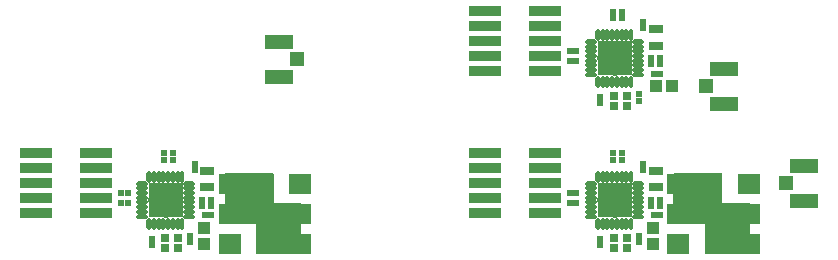
<source format=gts>
G04*
G04 #@! TF.GenerationSoftware,Altium Limited,Altium Designer,21.7.2 (23)*
G04*
G04 Layer_Color=8388736*
%FSLAX25Y25*%
%MOIN*%
G70*
G04*
G04 #@! TF.SameCoordinates,D4CAA96F-CDB5-4432-BAFE-8E841FC0C0B1*
G04*
G04*
G04 #@! TF.FilePolarity,Negative*
G04*
G01*
G75*
%ADD36R,0.09461X0.04934*%
%ADD37R,0.04934X0.04737*%
%ADD38R,0.03950X0.04343*%
%ADD39R,0.10642X0.03800*%
%ADD40R,0.02178X0.01981*%
%ADD41R,0.01981X0.02178*%
G04:AMPARAMS|DCode=42|XSize=37.13mil|YSize=16.66mil|CornerRadius=5.08mil|HoleSize=0mil|Usage=FLASHONLY|Rotation=270.000|XOffset=0mil|YOffset=0mil|HoleType=Round|Shape=RoundedRectangle|*
%AMROUNDEDRECTD42*
21,1,0.03713,0.00650,0,0,270.0*
21,1,0.02697,0.01666,0,0,270.0*
1,1,0.01016,-0.00325,-0.01348*
1,1,0.01016,-0.00325,0.01348*
1,1,0.01016,0.00325,0.01348*
1,1,0.01016,0.00325,-0.01348*
%
%ADD42ROUNDEDRECTD42*%
G04:AMPARAMS|DCode=43|XSize=37.13mil|YSize=16.66mil|CornerRadius=5.08mil|HoleSize=0mil|Usage=FLASHONLY|Rotation=180.000|XOffset=0mil|YOffset=0mil|HoleType=Round|Shape=RoundedRectangle|*
%AMROUNDEDRECTD43*
21,1,0.03713,0.00650,0,0,180.0*
21,1,0.02697,0.01666,0,0,180.0*
1,1,0.01016,-0.01348,0.00325*
1,1,0.01016,0.01348,0.00325*
1,1,0.01016,0.01348,-0.00325*
1,1,0.01016,-0.01348,-0.00325*
%
%ADD43ROUNDEDRECTD43*%
%ADD44R,0.11824X0.11824*%
%ADD45R,0.03162X0.02769*%
%ADD46R,0.05131X0.03162*%
%ADD47R,0.04343X0.03950*%
%ADD48R,0.07300X0.06800*%
%ADD49C,0.02800*%
G36*
X251059Y68367D02*
X251110Y68357D01*
X251160Y68340D01*
X251207Y68317D01*
X251250Y68288D01*
X251290Y68253D01*
X251324Y68214D01*
X251353Y68170D01*
X251377Y68124D01*
X251394Y68074D01*
X251404Y68022D01*
X251407Y67970D01*
Y58371D01*
X260317D01*
X260370Y58368D01*
X260421Y58357D01*
X260471Y58340D01*
X260518Y58317D01*
X260561Y58288D01*
X260601Y58254D01*
X260635Y58214D01*
X260665Y58170D01*
X260688Y58123D01*
X260704Y58074D01*
X260715Y58022D01*
X260718Y57970D01*
Y41970D01*
X260715Y41918D01*
X260704Y41866D01*
X260688Y41817D01*
X260665Y41770D01*
X260635Y41726D01*
X260601Y41687D01*
X260561Y41652D01*
X260518Y41623D01*
X260471Y41600D01*
X260421Y41583D01*
X260370Y41573D01*
X260317Y41569D01*
X246006D01*
X245954Y41573D01*
X245902Y41583D01*
X245853Y41600D01*
X245806Y41623D01*
X245762Y41652D01*
X245723Y41687D01*
X245688Y41726D01*
X245659Y41770D01*
X245636Y41817D01*
X245619Y41866D01*
X245609Y41918D01*
X245605Y41970D01*
Y51569D01*
X235514D01*
X235462Y51573D01*
X235410Y51583D01*
X235361Y51600D01*
X235314Y51623D01*
X235270Y51652D01*
X235231Y51687D01*
X235196Y51726D01*
X235167Y51770D01*
X235144Y51817D01*
X235127Y51866D01*
X235117Y51918D01*
X235113Y51970D01*
Y67970D01*
X235117Y68022D01*
X235127Y68074D01*
X235144Y68124D01*
X235167Y68170D01*
X235196Y68214D01*
X235231Y68253D01*
X235270Y68288D01*
X235314Y68317D01*
X235361Y68340D01*
X235410Y68357D01*
X235462Y68367D01*
X235514Y68371D01*
X251006D01*
X251059Y68367D01*
D02*
G37*
G36*
X101452D02*
X101504Y68357D01*
X101553Y68340D01*
X101600Y68317D01*
X101644Y68288D01*
X101683Y68253D01*
X101718Y68214D01*
X101747Y68170D01*
X101770Y68124D01*
X101787Y68074D01*
X101797Y68022D01*
X101801Y67970D01*
Y58371D01*
X110711D01*
X110763Y58368D01*
X110815Y58357D01*
X110864Y58340D01*
X110911Y58317D01*
X110955Y58288D01*
X110995Y58254D01*
X111029Y58214D01*
X111058Y58170D01*
X111081Y58123D01*
X111098Y58074D01*
X111108Y58022D01*
X111112Y57970D01*
Y41970D01*
X111108Y41918D01*
X111098Y41866D01*
X111081Y41817D01*
X111058Y41770D01*
X111029Y41726D01*
X110995Y41687D01*
X110955Y41652D01*
X110911Y41623D01*
X110864Y41600D01*
X110815Y41583D01*
X110763Y41573D01*
X110711Y41569D01*
X96400D01*
X96348Y41573D01*
X96296Y41583D01*
X96247Y41600D01*
X96200Y41623D01*
X96156Y41652D01*
X96117Y41687D01*
X96082Y41726D01*
X96053Y41770D01*
X96030Y41817D01*
X96013Y41866D01*
X96003Y41918D01*
X95999Y41970D01*
Y51569D01*
X85908D01*
X85856Y51573D01*
X85804Y51583D01*
X85755Y51600D01*
X85707Y51623D01*
X85664Y51652D01*
X85624Y51687D01*
X85590Y51726D01*
X85561Y51770D01*
X85537Y51817D01*
X85521Y51866D01*
X85510Y51918D01*
X85507Y51970D01*
Y67970D01*
X85510Y68022D01*
X85521Y68074D01*
X85537Y68124D01*
X85561Y68170D01*
X85590Y68214D01*
X85624Y68253D01*
X85664Y68288D01*
X85707Y68317D01*
X85755Y68340D01*
X85804Y68357D01*
X85856Y68367D01*
X85908Y68371D01*
X101400D01*
X101452Y68367D01*
D02*
G37*
D36*
X103600Y100537D02*
D03*
Y112151D02*
D03*
X251906Y91537D02*
D03*
Y103151D02*
D03*
X278706Y59293D02*
D03*
Y70907D02*
D03*
D37*
X109604Y106344D02*
D03*
X245902Y97344D02*
D03*
X272702Y65100D02*
D03*
D38*
X229250Y97344D02*
D03*
X234762D02*
D03*
D39*
X172206Y122344D02*
D03*
X192206D02*
D03*
X172206Y117344D02*
D03*
X192206D02*
D03*
X172206Y112344D02*
D03*
X192206D02*
D03*
X172206Y107344D02*
D03*
X192206D02*
D03*
X172206Y102344D02*
D03*
X192206D02*
D03*
X172206Y75100D02*
D03*
X192206D02*
D03*
X172206Y70100D02*
D03*
X192206D02*
D03*
X172206Y65100D02*
D03*
X192206D02*
D03*
X172206Y60100D02*
D03*
X192206D02*
D03*
X172206Y55100D02*
D03*
X192206D02*
D03*
X22600Y75100D02*
D03*
X42600D02*
D03*
X22600Y70100D02*
D03*
X42600D02*
D03*
X22600Y65100D02*
D03*
X42600D02*
D03*
X22600Y60100D02*
D03*
X42600D02*
D03*
X22600Y55100D02*
D03*
X42600D02*
D03*
D40*
X210776Y91732D02*
D03*
Y93897D02*
D03*
X218006Y120161D02*
D03*
Y122327D02*
D03*
X227576Y106897D02*
D03*
Y104732D02*
D03*
X223476Y94797D02*
D03*
Y92632D02*
D03*
X230576Y104732D02*
D03*
Y106897D02*
D03*
X225076Y116732D02*
D03*
Y118897D02*
D03*
X214906Y120161D02*
D03*
Y122327D02*
D03*
X210776Y44487D02*
D03*
Y46653D02*
D03*
X218006Y72917D02*
D03*
Y75083D02*
D03*
X227576Y59653D02*
D03*
Y57487D02*
D03*
X223476Y47553D02*
D03*
Y45387D02*
D03*
X230576Y57487D02*
D03*
Y59653D02*
D03*
X225076Y69487D02*
D03*
Y71653D02*
D03*
X214906Y72917D02*
D03*
Y75083D02*
D03*
X61170Y44487D02*
D03*
Y46653D02*
D03*
X68400Y72917D02*
D03*
Y75083D02*
D03*
X77970Y59653D02*
D03*
Y57487D02*
D03*
X73870Y47553D02*
D03*
Y45387D02*
D03*
X80970Y57487D02*
D03*
Y59653D02*
D03*
X75470Y69487D02*
D03*
Y71653D02*
D03*
X65300Y72917D02*
D03*
Y75083D02*
D03*
D41*
X200594Y109114D02*
D03*
X202759D02*
D03*
X228494Y101614D02*
D03*
X230659D02*
D03*
X200594Y105714D02*
D03*
X202759D02*
D03*
X200594Y61870D02*
D03*
X202759D02*
D03*
X228494Y54370D02*
D03*
X230659D02*
D03*
X200594Y58470D02*
D03*
X202759D02*
D03*
X50987Y61870D02*
D03*
X53153D02*
D03*
X78887Y54370D02*
D03*
X81053D02*
D03*
X50987Y58470D02*
D03*
X53153D02*
D03*
D42*
X209965Y98860D02*
D03*
X213114D02*
D03*
X211539D02*
D03*
X216264D02*
D03*
X214689D02*
D03*
X217839D02*
D03*
X211539Y114568D02*
D03*
X209965D02*
D03*
X214689D02*
D03*
X213114D02*
D03*
X216264D02*
D03*
X220988Y98860D02*
D03*
X219413D02*
D03*
X220988Y114568D02*
D03*
X219413D02*
D03*
X217839D02*
D03*
X209965Y51616D02*
D03*
X213114D02*
D03*
X211539D02*
D03*
X216264D02*
D03*
X214689D02*
D03*
X217839D02*
D03*
X211539Y67324D02*
D03*
X209965D02*
D03*
X214689D02*
D03*
X213114D02*
D03*
X216264D02*
D03*
X220988Y51616D02*
D03*
X219413D02*
D03*
X220988Y67324D02*
D03*
X219413D02*
D03*
X217839D02*
D03*
X60358Y51616D02*
D03*
X63508D02*
D03*
X61933D02*
D03*
X66658D02*
D03*
X65083D02*
D03*
X68232D02*
D03*
X61933Y67324D02*
D03*
X60358D02*
D03*
X65083D02*
D03*
X63508D02*
D03*
X66658D02*
D03*
X71382Y51616D02*
D03*
X69807D02*
D03*
X71382Y67324D02*
D03*
X69807D02*
D03*
X68232D02*
D03*
D43*
X207622Y101202D02*
D03*
Y102777D02*
D03*
Y104352D02*
D03*
Y105927D02*
D03*
Y107502D02*
D03*
Y109076D02*
D03*
Y110651D02*
D03*
Y112226D02*
D03*
X223331Y101202D02*
D03*
Y105927D02*
D03*
Y104352D02*
D03*
Y107502D02*
D03*
Y102777D02*
D03*
Y110651D02*
D03*
Y109076D02*
D03*
Y112226D02*
D03*
X207622Y53958D02*
D03*
Y55533D02*
D03*
Y57108D02*
D03*
Y58683D02*
D03*
Y60258D02*
D03*
Y61832D02*
D03*
Y63407D02*
D03*
Y64982D02*
D03*
X223331Y53958D02*
D03*
Y58683D02*
D03*
Y57108D02*
D03*
Y60258D02*
D03*
Y55533D02*
D03*
Y63407D02*
D03*
Y61832D02*
D03*
Y64982D02*
D03*
X58016Y53958D02*
D03*
Y55533D02*
D03*
Y57108D02*
D03*
Y58683D02*
D03*
Y60258D02*
D03*
Y61832D02*
D03*
Y63407D02*
D03*
Y64982D02*
D03*
X73724Y53958D02*
D03*
Y58683D02*
D03*
Y57108D02*
D03*
Y60258D02*
D03*
Y55533D02*
D03*
Y63407D02*
D03*
Y61832D02*
D03*
Y64982D02*
D03*
D44*
X215476Y106714D02*
D03*
X215476Y59470D02*
D03*
X65870D02*
D03*
D45*
X219472Y94019D02*
D03*
X215141D02*
D03*
Y90869D02*
D03*
X219472D02*
D03*
X219472Y46775D02*
D03*
X215141D02*
D03*
Y43625D02*
D03*
X219472D02*
D03*
X69865Y46775D02*
D03*
X65535D02*
D03*
Y43625D02*
D03*
X69865D02*
D03*
D46*
X229276Y110958D02*
D03*
Y116470D02*
D03*
X229276Y63714D02*
D03*
Y69226D02*
D03*
X79670Y63714D02*
D03*
Y69226D02*
D03*
D47*
X228306Y50256D02*
D03*
Y44744D02*
D03*
X78700Y50256D02*
D03*
Y44744D02*
D03*
D48*
X260256Y44970D02*
D03*
Y54970D02*
D03*
Y64970D02*
D03*
X236756D02*
D03*
X236754Y54970D02*
D03*
X236756Y44970D02*
D03*
X110650D02*
D03*
Y54970D02*
D03*
Y64970D02*
D03*
X87150D02*
D03*
X87148Y54970D02*
D03*
X87150Y44970D02*
D03*
D49*
X210976Y106714D02*
D03*
X215476Y102214D02*
D03*
Y106714D02*
D03*
Y111214D02*
D03*
X219976Y106714D02*
D03*
X210976Y59470D02*
D03*
X215476Y54970D02*
D03*
Y59470D02*
D03*
Y63970D02*
D03*
X219976Y59470D02*
D03*
X61370D02*
D03*
X65870Y54970D02*
D03*
Y59470D02*
D03*
Y63970D02*
D03*
X70370Y59470D02*
D03*
M02*

</source>
